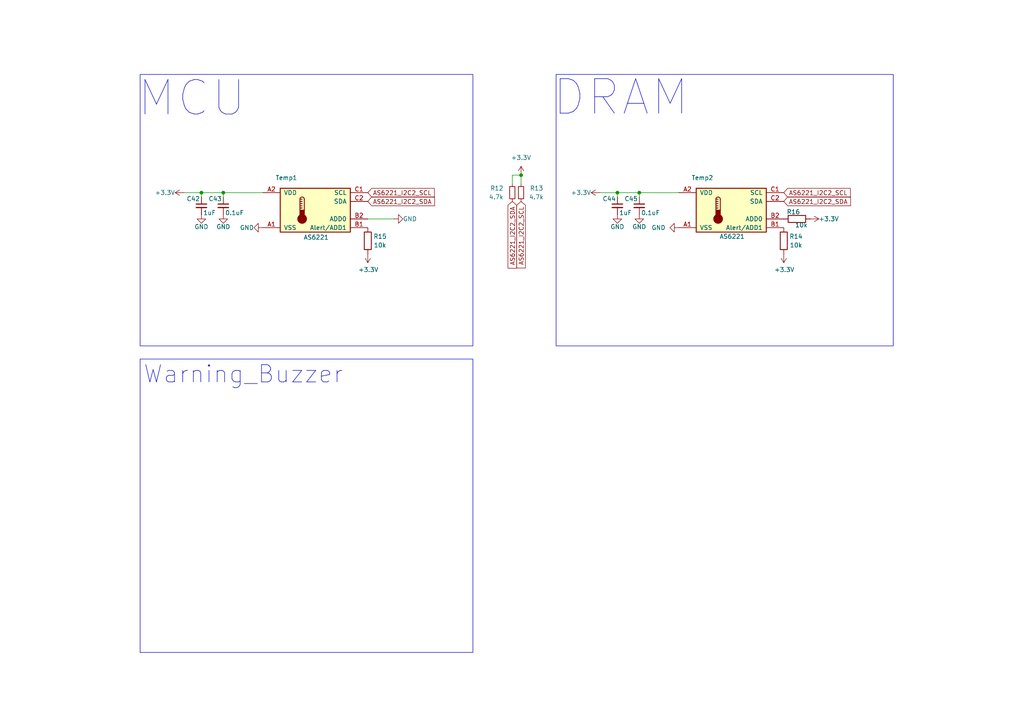
<source format=kicad_sch>
(kicad_sch (version 20250114) (generator "eeschema") (generator_version "9.0")
  (paper "A4")
  (title_block (rev "1.0"))
  (lib_symbols
    (symbol "AS6221:AS6221" (pin_names (offset 1.016))
      (property "Reference" "Temp" (at -7.62 7.62 0))
      (property "Value" "AS6221" (at 0.254 -7.62 0))
      (symbol "AS6221_0_1"
        (polyline (pts (xy -4.445 3.175) (xy -4.445 0)) (stroke (width 0.254)))
        (polyline (pts (xy -4.445 3.175) (xy -3.81 3.175)) (stroke (width 0.254)))
        (polyline (pts (xy -4.445 2.54) (xy -3.81 2.54)) (stroke (width 0.254)))
        (polyline (pts (xy -4.445 1.905) (xy -3.81 1.905)) (stroke (width 0.254)))
        (polyline (pts (xy -4.445 1.27) (xy -3.81 1.27)) (stroke (width 0.254)))
        (polyline (pts (xy -4.445 0.635) (xy -3.81 0.635)) (stroke (width 0.254)))
        (arc (start -4.445 3.175) (mid -3.81 3.8073) (end -3.175 3.175) (stroke (width 0.254)))
        (circle (center -3.81 -2.54) (radius 1.27) (stroke (width 0.254)) (fill (type outline)))
        (polyline (pts (xy -3.175 3.175) (xy -3.175 0)) (stroke (width 0.254)))
        (rectangle (start -3.175 -1.905) (end -4.445 0) (stroke (width 0.254)) (fill (type outline)))
      )
      (symbol "AS6221_1_1"
        (rectangle (start -10.16 6.35) (end 10.16 -6.35) (stroke (width 0.3)) (fill (type background)))
        (pin power_in line (at -15.24 5.08 0) (length 5.08) (name "VDD") (number "A2"))
        (pin power_in line (at -15.24 -5.08 0) (length 5.08) (name "VSS") (number "A1"))
        (pin input line (at 15.24 5.08 180) (length 5.08) (name "SCL") (number "C1"))
        (pin input line (at 15.24 2.54 180) (length 5.08) (name "SDA") (number "C2"))
        (pin input line (at 15.24 -2.54 180) (length 5.08) (name "ADD0") (number "B2"))
        (pin input line (at 15.24 -5.08 180) (length 5.08) (name "Alert/ADD1") (number "B1"))
      )
    )
    (symbol "AS6221_1" (pin_names (offset 1.016))
      (property "Reference" "Temp" (at -7.62 7.62 0))
      (property "Value" "AS6221" (at 0.254 -7.62 0))
      (symbol "AS6221_1_0_1"
        (polyline (pts (xy -4.445 3.175) (xy -4.445 0)) (stroke (width 0.254)))
        (polyline (pts (xy -4.445 3.175) (xy -3.81 3.175)) (stroke (width 0.254)))
        (polyline (pts (xy -4.445 2.54) (xy -3.81 2.54)) (stroke (width 0.254)))
        (polyline (pts (xy -4.445 1.905) (xy -3.81 1.905)) (stroke (width 0.254)))
        (polyline (pts (xy -4.445 1.27) (xy -3.81 1.27)) (stroke (width 0.254)))
        (polyline (pts (xy -4.445 0.635) (xy -3.81 0.635)) (stroke (width 0.254)))
        (arc (start -4.445 3.175) (mid -3.81 3.8073) (end -3.175 3.175) (stroke (width 0.254)))
        (circle (center -3.81 -2.54) (radius 1.27) (stroke (width 0.254)) (fill (type outline)))
        (polyline (pts (xy -3.175 3.175) (xy -3.175 0)) (stroke (width 0.254)))
        (rectangle (start -3.175 -1.905) (end -4.445 0) (stroke (width 0.254)) (fill (type outline)))
      )
      (symbol "AS6221_1_1_1"
        (rectangle (start -10.16 6.35) (end 10.16 -6.35) (stroke (width 0.3)) (fill (type background)))
        (pin power_in line (at -15.24 5.08 0) (length 5.08) (name "VDD") (number "A2"))
        (pin power_in line (at -15.24 -5.08 0) (length 5.08) (name "VSS") (number "A1"))
        (pin input line (at 15.24 5.08 180) (length 5.08) (name "SCL") (number "C1"))
        (pin input line (at 15.24 2.54 180) (length 5.08) (name "SDA") (number "C2"))
        (pin input line (at 15.24 -2.54 180) (length 5.08) (name "ADD0") (number "B2"))
        (pin input line (at 15.24 -5.08 180) (length 5.08) (name "Alert/ADD1") (number "B1"))
      )
    )
    (symbol "Device:C_Small" (pin_numbers (hide yes)) (pin_names (offset 0.254) (hide yes))
      (property "Reference" "C" (at 0.254 1.778 0))
      (property "Value" "C_Small" (at 0.254 -2.032 0))
      (symbol "C_Small_0_1"
        (polyline (pts (xy -1.524 0.508) (xy 1.524 0.508)) (stroke (width 0.3048)))
        (polyline (pts (xy -1.524 -0.508) (xy 1.524 -0.508)) (stroke (width 0.3302)))
      )
      (symbol "C_Small_1_1"
        (pin passive line (at 0 2.54 270) (length 2.032) (name "~") (number "1"))
        (pin passive line (at 0 -2.54 90) (length 2.032) (name "~") (number "2"))
      )
    )
    (symbol "Device:R" (pin_numbers (hide yes)) (pin_names (offset 0))
      (property "Reference" "R" (at 2.032 0 90))
      (property "Value" "R" (at 0 0 90))
      (symbol "R_0_1"
        (rectangle (start -1.016 -2.54) (end 1.016 2.54) (stroke (width 0.254)))
      )
      (symbol "R_1_1"
        (pin passive line (at 0 3.81 270) (length 1.27) (name "~") (number "1"))
        (pin passive line (at 0 -3.81 90) (length 1.27) (name "~") (number "2"))
      )
    )
    (symbol "Device:R_Small" (pin_numbers (hide yes)) (pin_names (offset 0.254) (hide yes))
      (property "Reference" "R" (at 0.762 0.508 0))
      (property "Value" "R_Small" (at 0.762 -1.016 0))
      (symbol "R_Small_0_1"
        (rectangle (start -0.762 1.778) (end 0.762 -1.778) (stroke (width 0.2032)))
      )
      (symbol "R_Small_1_1"
        (pin passive line (at 0 2.54 270) (length 0.762) (name "~") (number "1"))
        (pin passive line (at 0 -2.54 90) (length 0.762) (name "~") (number "2"))
      )
    )
    (symbol "power:+3.3V" (power) (pin_numbers (hide yes)) (pin_names (offset 0) (hide yes))
      (property "Value" "+3.3V" (at 0 3.556 0))
      (symbol "+3.3V_0_1"
        (polyline (pts (xy -0.762 1.27) (xy 0 2.54)))
        (polyline (pts (xy 0 2.54) (xy 0.762 1.27)))
        (polyline (pts (xy 0 0) (xy 0 2.54)))
      )
      (symbol "+3.3V_1_1"
        (pin power_in line (at 0 0 90) (length 0) (name "~") (number "1"))
      )
    )
    (symbol "power:GND" (power) (pin_numbers (hide yes)) (pin_names (offset 0) (hide yes))
      (property "Value" "GND" (at 0 -3.81 0))
      (symbol "GND_0_1"
        (polyline (pts (xy 0 0) (xy 0 -1.27) (xy 1.27 -1.27) (xy 0 -2.54) (xy -1.27 -1.27) (xy 0 -1.27)))
      )
      (symbol "GND_1_1"
        (pin power_in line (at 0 0 270) (length 0) (name "~") (number "1"))
      )
    )
  )
  (rectangle (start 161.29 21.59) (end 259.08 100.33))
  (rectangle (start 40.64 104.14) (end 137.16 189.23))
  (rectangle (start 40.64 21.59) (end 137.16 100.33))
  (text "Warning_Buzzer" (at 70.612 108.712 0) (effects (font (size 5 5))))
  (text "MCU" (at 55.626 28.702 0) (effects (font (size 10 10))))
  (text "DRAM" (at 180.086 28.448 0) (effects (font (size 10 10))))
  (junction (at 179.07 55.88))
  (junction (at 58.42 55.88))
  (junction (at 64.77 55.88))
  (junction (at 185.42 55.88))
  (junction (at 151.13 50.8))
  (wire (pts (xy 114.3 63.5) (xy 106.68 63.5)))
  (wire (pts (xy 148.59 53.34) (xy 148.59 50.8)))
  (wire (pts (xy 179.07 55.88) (xy 185.42 55.88)))
  (wire (pts (xy 64.77 57.15) (xy 64.77 55.88)))
  (wire (pts (xy 148.59 50.8) (xy 151.13 50.8)))
  (wire (pts (xy 58.42 57.15) (xy 58.42 55.88)))
  (wire (pts (xy 185.42 57.15) (xy 185.42 55.88)))
  (wire (pts (xy 64.77 55.88) (xy 76.2 55.88)))
  (wire (pts (xy 53.34 55.88) (xy 58.42 55.88)))
  (wire (pts (xy 151.13 50.8) (xy 151.13 53.34)))
  (wire (pts (xy 185.42 55.88) (xy 196.85 55.88)))
  (wire (pts (xy 58.42 55.88) (xy 64.77 55.88)))
  (wire (pts (xy 179.07 57.15) (xy 179.07 55.88)))
  (wire (pts (xy 173.99 55.88) (xy 179.07 55.88)))
  (global_label "AS6221_I2C2_SCL" (shape input) (at 106.68 55.88 0) (property "Intersheetrefs" "${INTERSHEET_REFS}" (effects (hide yes))))
  (global_label "AS6221_I2C2_SDA" (shape input) (at 148.59 58.42 270) (property "Intersheetrefs" "${INTERSHEET_REFS}" (effects (hide yes))))
  (global_label "AS6221_I2C2_SCL" (shape input) (at 151.13 58.42 270) (property "Intersheetrefs" "${INTERSHEET_REFS}" (effects (hide yes))))
  (global_label "AS6221_I2C2_SCL" (shape input) (at 227.33 55.88 0) (property "Intersheetrefs" "${INTERSHEET_REFS}" (effects (hide yes))))
  (global_label "AS6221_I2C2_SDA" (shape input) (at 106.68 58.42 0) (property "Intersheetrefs" "${INTERSHEET_REFS}" (effects (hide yes))))
  (global_label "AS6221_I2C2_SDA" (shape input) (at 227.33 58.42 0) (property "Intersheetrefs" "${INTERSHEET_REFS}" (effects (hide yes))))
  (symbol (lib_id "AS6221:AS6221") (at 212.09 60.96 0) (unit 1)
    (property "Reference" "Temp2" (at 203.708 51.562 0))
    (property "Value" "AS6221" (at 212.344 68.58 0))
    (property "Footprint" "Package_CSP:WLCSP-6_1.4x1.0mm_P0.4mm" (effects (hide yes)))
  )
  (symbol (lib_id "Device:C_Small") (at 185.42 59.69 0) (unit 1)
    (property "Reference" "C45" (at 181.102 57.658 0) (effects (justify left)))
    (property "Value" "0.1uF" (at 185.928 61.722 0) (effects (justify left)))
    (property "Footprint" "Capacitor_SMD:C_0603_1608Metric" (effects (hide yes)))
    (property "Description" "Unpolarized capacitor, small symbol" (effects (hide yes)))
  )
  (symbol (lib_id "power:+3.3V") (at 234.95 63.5 270) (unit 1)
    (property "Reference" "#PWR053" (effects (hide yes)))
    (property "Value" "+3.3V" (at 243.332 63.5 90) (effects (justify right)))
  )
  (symbol (lib_id "Device:R") (at 227.33 69.85 180) (unit 1)
    (property "Reference" "R14" (at 230.886 68.58 0))
    (property "Value" "10k" (at 230.886 71.12 0))
    (property "Footprint" "Resistor_SMD:R_0603_1608Metric" (effects (hide yes)))
  )
  (symbol (lib_id "Device:C_Small") (at 64.77 59.69 0) (unit 1)
    (property "Reference" "C43" (at 60.452 57.658 0) (effects (justify left)))
    (property "Value" "0.1uF" (at 65.278 61.722 0) (effects (justify left)))
    (property "Footprint" "Capacitor_SMD:C_0603_1608Metric" (effects (hide yes)))
    (property "Description" "Unpolarized capacitor, small symbol" (effects (hide yes)))
  )
  (symbol (lib_id "power:GND") (at 185.42 62.23 0) (unit 1)
    (property "Reference" "#PWR051" (effects (hide yes)))
    (property "Value" "GND" (at 185.42 65.786 0))
    (property "Description" "Power symbol creates a global label with name \"GND\" , ground" (effects (hide yes)))
  )
  (symbol (lib_id "Device:R") (at 231.14 63.5 270) (unit 1)
    (property "Reference" "R16" (at 230.124 61.468 90))
    (property "Value" "10k" (at 232.41 65.278 90))
    (property "Footprint" "Resistor_SMD:R_0603_1608Metric" (effects (hide yes)))
  )
  (symbol (lib_id "power:GND") (at 58.42 62.23 0) (unit 1)
    (property "Reference" "#PWR046" (effects (hide yes)))
    (property "Value" "GND" (at 58.42 65.786 0))
    (property "Description" "Power symbol creates a global label with name \"GND\" , ground" (effects (hide yes)))
  )
  (symbol (lib_id "Device:R") (at 106.68 69.85 180) (unit 1)
    (property "Reference" "R15" (at 110.236 68.58 0))
    (property "Value" "10k" (at 110.236 71.12 0))
    (property "Footprint" "Resistor_SMD:R_0603_1608Metric" (effects (hide yes)))
  )
  (symbol (lib_id "power:+3.3V") (at 173.99 55.88 90) (unit 1)
    (property "Reference" "#PWR049" (effects (hide yes)))
    (property "Value" "+3.3V" (at 171.45 55.88 90) (effects (justify left)))
    (property "Description" "Power symbol creates a global label with name \"+3.3V\"" (effects (hide yes)))
  )
  (symbol (lib_id "power:GND") (at 76.2 66.04 270) (unit 1)
    (property "Reference" "#PWR042" (effects (hide yes)))
    (property "Value" "GND" (at 73.66 66.04 90) (effects (justify right)))
    (property "Description" "Power symbol creates a global label with name \"GND\" , ground" (effects (hide yes)))
  )
  (symbol (lib_id "power:GND") (at 196.85 66.04 270) (unit 1)
    (property "Reference" "#PWR043" (effects (hide yes)))
    (property "Value" "GND" (at 193.04 66.0399 90) (effects (justify right)))
    (property "Description" "Power symbol creates a global label with name \"GND\" , ground" (effects (hide yes)))
  )
  (symbol (lib_id "power:GND") (at 114.3 63.5 90) (unit 1)
    (property "Reference" "#PWR048" (effects (hide yes)))
    (property "Value" "GND" (at 116.84 63.5 90) (effects (justify right)))
    (property "Description" "Power symbol creates a global label with name \"GND\" , ground" (effects (hide yes)))
  )
  (symbol (lib_id "Device:C_Small") (at 179.07 59.69 0) (unit 1)
    (property "Reference" "C44" (at 174.752 57.658 0) (effects (justify left)))
    (property "Value" "1uF" (at 179.578 61.722 0) (effects (justify left)))
    (property "Footprint" "Capacitor_SMD:C_0603_1608Metric" (effects (hide yes)))
    (property "Description" "Unpolarized capacitor, small symbol" (effects (hide yes)))
  )
  (symbol (lib_name "AS6221_1") (lib_id "AS6221:AS6221") (at 91.44 60.96 0) (unit 1)
    (property "Reference" "Temp1" (at 83.058 51.562 0))
    (property "Value" "AS6221" (at 91.694 68.834 0))
    (property "Footprint" "Package_CSP:WLCSP-6_1.4x1.0mm_P0.4mm" (effects (hide yes)))
  )
  (symbol (lib_id "power:+3.3V") (at 106.68 73.66 180) (unit 1)
    (property "Reference" "#PWR052" (effects (hide yes)))
    (property "Value" "+3.3V" (at 103.886 78.232 0) (effects (justify right)))
  )
  (symbol (lib_id "Device:R_Small") (at 148.59 55.88 0) (mirror y) (unit 1)
    (property "Reference" "R12" (at 146.05 54.6099 0) (effects (justify left)))
    (property "Value" "4.7k" (at 146.05 57.1499 0) (effects (justify left)))
    (property "Footprint" "Resistor_SMD:R_0603_1608Metric" (effects (hide yes)))
  )
  (symbol (lib_id "power:GND") (at 179.07 62.23 0) (unit 1)
    (property "Reference" "#PWR050" (effects (hide yes)))
    (property "Value" "GND" (at 179.07 65.786 0))
    (property "Description" "Power symbol creates a global label with name \"GND\" , ground" (effects (hide yes)))
  )
  (symbol (lib_id "Device:R_Small") (at 151.13 55.88 0) (unit 1)
    (property "Reference" "R13" (at 153.67 54.6099 0) (effects (justify left)))
    (property "Value" "4.7k" (at 153.416 57.15 0) (effects (justify left)))
    (property "Footprint" "Resistor_SMD:R_0603_1608Metric" (effects (hide yes)))
  )
  (symbol (lib_id "power:GND") (at 64.77 62.23 0) (unit 1)
    (property "Reference" "#PWR047" (effects (hide yes)))
    (property "Value" "GND" (at 64.77 65.786 0))
    (property "Description" "Power symbol creates a global label with name \"GND\" , ground" (effects (hide yes)))
  )
  (symbol (lib_id "power:+3.3V") (at 53.34 55.88 90) (unit 1)
    (property "Reference" "#PWR044" (effects (hide yes)))
    (property "Value" "+3.3V" (at 50.8 55.88 90) (effects (justify left)))
    (property "Description" "Power symbol creates a global label with name \"+3.3V\"" (effects (hide yes)))
  )
  (symbol (lib_id "power:+3.3V") (at 227.33 73.66 180) (unit 1)
    (property "Reference" "#PWR054" (effects (hide yes)))
    (property "Value" "+3.3V" (at 224.536 78.232 0) (effects (justify right)))
  )
  (symbol (lib_id "power:+3.3V") (at 151.13 50.8 0) (unit 1)
    (property "Reference" "#PWR045" (effects (hide yes)))
    (property "Value" "+3.3V" (at 151.13 45.72 0))
  )
  (symbol (lib_id "Device:C_Small") (at 58.42 59.69 0) (unit 1)
    (property "Reference" "C42" (at 54.102 57.658 0) (effects (justify left)))
    (property "Value" "1uF" (at 58.928 61.722 0) (effects (justify left)))
    (property "Footprint" "Capacitor_SMD:C_0603_1608Metric" (effects (hide yes)))
    (property "Description" "Unpolarized capacitor, small symbol" (effects (hide yes)))
  )
)
</source>
